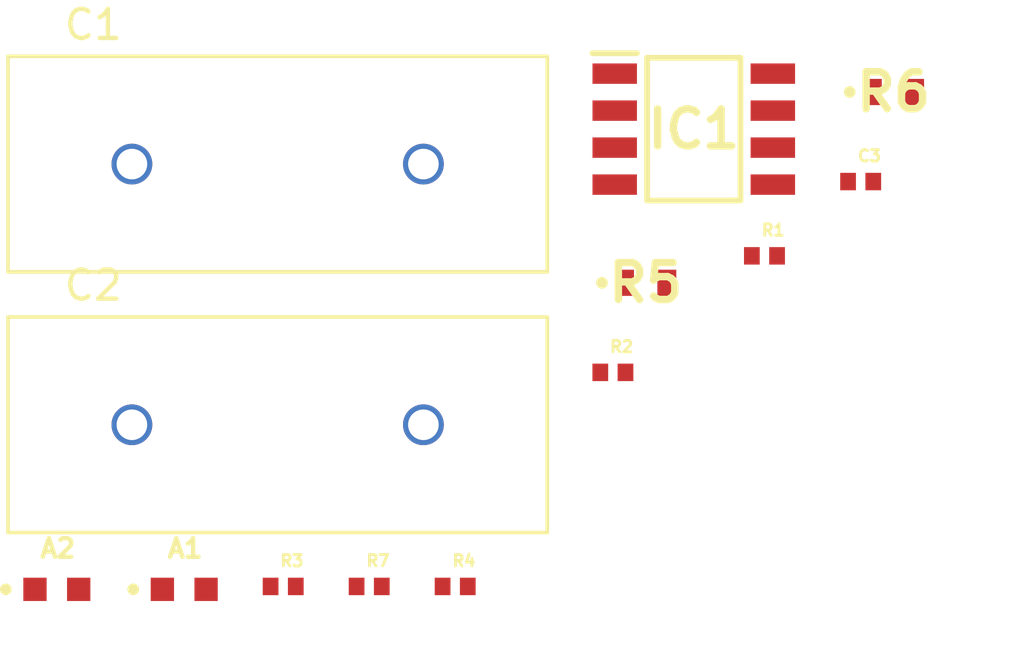
<source format=kicad_pcb>
(kicad_pcb (version 20211014) (generator pcbnew)
  (layers (0 "F.Cu" signal) (31 "B.Cu" signal) (34 "B.Paste" user) (35 "F.Paste" user) (36 "B.SilkS" user "B.Silkscreen") (37 "F.SilkS" user "F.Silkscreen") (38 "B.Mask" user) (39 "F.Mask" user) (44 "Edge.Cuts" user))
  (net 0 "")
  (net 1 "Vsupply")
  (net 2 "Net-(A1-Pad2)")
  (net 3 "Sensor Signal")
  (net 4 "GND")
  (net 5 "Net-(C3-Pad1)")
  (net 6 "Net-(IC1-Pad1)")
  (net 7 "Net-(IC1-Pad4)")
  (net 8 "+5v")
  (net 9 "-5v")
  (net 10 "Vdiff")
  (footprint "SamacSys_Parts:ERJ3EKF1000V" (layer "F.Cu") (at 147.91 121.555)
    (fp_text reference "R5" (at 0 0) (layer "F.SilkS") (effects (font (size 1.27 1.27) (thickness 0.254))))
    (fp_text value "ERJ3GEY0R00V" hide)
    (fp_line (start -1.5 0.1) (end -1.5 0.1) (layer "F.SilkS") (width 0.2))
    (fp_line (start -1.5 -0.1) (end -1.5 -0.1) (layer "F.SilkS") (width 0.2))
    (fp_arc (start -1.5 -0.1) (mid -1.4 0) (end -1.5 0.1) (layer "F.SilkS") (width 0.2))
    (fp_arc (start -1.5 0.1) (mid -1.6 0) (end -1.5 -0.1) (layer "F.SilkS") (width 0.2))
    (pad "1" smd rect locked (at -0.725 0) (size 0.65 0.9) (layers "F.Cu" "F.Paste" "F.Mask") (net 6 "Net-(IC1-Pad1)"))
    (pad "2" smd rect locked (at 0.725 0) (size 0.65 0.9) (layers "F.Cu" "F.Paste" "F.Mask") (net 10 "Vdiff"))
  )
  (footprint "footprints:CAPRR1000W80L1850T740H2000" (layer "F.Cu") (at 135.285 117.48)
    (fp_text reference "C1" (at -6.325 -4.785) (layer "F.SilkS"))
    (fp_text value "ECQE2105KFB")
    (fp_line (start -9.25 3.7) (end 9.25 3.7) (layer "F.SilkS") (width 0.127))
    (fp_line (start -9.25 -3.7) (end 9.25 -3.7) (layer "F.SilkS") (width 0.127))
    (fp_line (start -9.25 -3.7) (end -9.25 3.7) (layer "F.SilkS") (width 0.127))
    (fp_line (start 9.25 -3.7) (end 9.25 3.7) (layer "F.SilkS") (width 0.127))
    (pad "1" thru_hole circle locked (at -5 0) (size 1.4 1.4) (drill 1.05) (layers *.Cu *.Mask) (net 4 "GND"))
    (pad "2" thru_hole circle locked (at 5 0) (size 1.4 1.4) (drill 1.05) (layers *.Cu *.Mask) (net 2 "Net-(A1-Pad2)"))
  )
  (footprint "SamacSys_Parts:ERJ3EKF1000V" (layer "F.Cu") (at 156.41 115.005)
    (fp_text reference "R6" (at 0 0) (layer "F.SilkS") (effects (font (size 1.27 1.27) (thickness 0.254))))
    (fp_text value "ERJ3GEY0R00V" hide)
    (fp_line (start -1.5 0.1) (end -1.5 0.1) (layer "F.SilkS") (width 0.2))
    (fp_line (start -1.5 -0.1) (end -1.5 -0.1) (layer "F.SilkS") (width 0.2))
    (fp_arc (start -1.5 0.1) (mid -1.6 0) (end -1.5 -0.1) (layer "F.SilkS") (width 0.2))
    (fp_arc (start -1.5 -0.1) (mid -1.4 0) (end -1.5 0.1) (layer "F.SilkS") (width 0.2))
    (pad "1" smd rect locked (at -0.725 0) (size 0.65 0.9) (layers "F.Cu" "F.Paste" "F.Mask") (net 7 "Net-(IC1-Pad4)"))
    (pad "2" smd rect locked (at 0.725 0) (size 0.65 0.9) (layers "F.Cu" "F.Paste" "F.Mask") (net 5 "Net-(C3-Pad1)"))
  )
  (footprint "footprints:RESC1005X37N" (layer "F.Cu") (at 146.785 124.63)
    (fp_text reference "R2" (at 0.3 -0.88) (layer "F.SilkS") (effects (font (size 0.393701 0.393701))))
    (fp_text value "AC0402FR-07536KL")
    (pad "1" smd rect locked (at -0.432 0) (size 0.54 0.6) (layers "F.Cu" "F.Paste" "F.Mask") (net 4 "GND"))
    (pad "2" smd rect locked (at 0.432 0) (size 0.54 0.6) (layers "F.Cu" "F.Paste" "F.Mask") (net 3 "Sensor Signal"))
  )
  (footprint "footprints:RESC1005X37N" (layer "F.Cu") (at 138.425 131.98)
    (fp_text reference "R7" (at 0.3 -0.88) (layer "F.SilkS") (effects (font (size 0.393701 0.393701))))
    (fp_text value "AC0402FR-07536KL")
    (pad "1" smd rect locked (at -0.432 0) (size 0.54 0.6) (layers "F.Cu" "F.Paste" "F.Mask") (net 6 "Net-(IC1-Pad1)"))
    (pad "2" smd rect locked (at 0.432 0) (size 0.54 0.6) (layers "F.Cu" "F.Paste" "F.Mask") (net 7 "Net-(IC1-Pad4)"))
  )
  (footprint "footprints:RESC1005X37N" (layer "F.Cu") (at 151.985 120.63)
    (fp_text reference "R1" (at 0.3 -0.88) (layer "F.SilkS") (effects (font (size 0.393701 0.393701))))
    (fp_text value "AC0402FR-07536KL")
    (pad "1" smd rect locked (at -0.432 0) (size 0.54 0.6) (layers "F.Cu" "F.Paste" "F.Mask") (net 4 "GND"))
    (pad "2" smd rect locked (at 0.432 0) (size 0.54 0.6) (layers "F.Cu" "F.Paste" "F.Mask") (net 2 "Net-(A1-Pad2)"))
  )
  (footprint "footprints:XDCR_ALS-PT19-315C_L177_TR8" (layer "F.Cu") (at 132.08 132.08)
    (fp_text reference "A1" (at 0.032 -1.4064) (layer "F.SilkS") (effects (font (size 0.64 0.64))))
    (fp_text value "ALS-PT19-315C/L177/TR8")
    (fp_circle (center -1.75 0) (end -1.65 0) (layer "F.SilkS") (width 0.2) (fill none))
    (pad "1" smd rect locked (at -0.75 0) (size 0.8 0.8) (layers "F.Cu" "F.Paste" "F.Mask") (net 1 "Vsupply"))
    (pad "2" smd rect locked (at 0.75 0) (size 0.8 0.8) (layers "F.Cu" "F.Paste" "F.Mask") (net 2 "Net-(A1-Pad2)"))
  )
  (footprint "footprints:RESC1005X37N" (layer "F.Cu") (at 141.375 131.98)
    (fp_text reference "R4" (at 0.3 -0.88) (layer "F.SilkS") (effects (font (size 0.393701 0.393701))))
    (fp_text value "AC0402JR-0750RL")
    (pad "1" smd rect locked (at -0.432 0) (size 0.54 0.6) (layers "F.Cu" "F.Paste" "F.Mask") (net 4 "GND"))
    (pad "2" smd rect locked (at 0.432 0) (size 0.54 0.6) (layers "F.Cu" "F.Paste" "F.Mask") (net 3 "Sensor Signal"))
  )
  (footprint "footprints:XDCR_ALS-PT19-315C_L177_TR8" (layer "F.Cu") (at 127.71 132.08)
    (fp_text reference "A2" (at 0.032 -1.4064) (layer "F.SilkS") (effects (font (size 0.64 0.64))))
    (fp_text value "ALS-PT19-315C/L177/TR8")
    (fp_circle (center -1.75 0) (end -1.65 0) (layer "F.SilkS") (width 0.2) (fill none))
    (pad "1" smd rect locked (at -0.75 0) (size 0.8 0.8) (layers "F.Cu" "F.Paste" "F.Mask") (net 1 "Vsupply"))
    (pad "2" smd rect locked (at 0.75 0) (size 0.8 0.8) (layers "F.Cu" "F.Paste" "F.Mask") (net 3 "Sensor Signal"))
  )
  (footprint "footprints:RESC1005X37N" (layer "F.Cu") (at 135.475 131.98)
    (fp_text reference "R3" (at 0.3 -0.88) (layer "F.SilkS") (effects (font (size 0.393701 0.393701))))
    (fp_text value "AC0402JR-0750RL")
    (pad "1" smd rect locked (at -0.432 0) (size 0.54 0.6) (layers "F.Cu" "F.Paste" "F.Mask") (net 4 "GND"))
    (pad "2" smd rect locked (at 0.432 0) (size 0.54 0.6) (layers "F.Cu" "F.Paste" "F.Mask") (net 2 "Net-(A1-Pad2)"))
  )
  (footprint "footprints:CAPRR1000W80L1850T740H2000" (layer "F.Cu") (at 135.285 126.43)
    (fp_text reference "C2" (at -6.325 -4.785) (layer "F.SilkS"))
    (fp_text value "ECQE2105KFB")
    (fp_line (start -9.25 -3.7) (end 9.25 -3.7) (layer "F.SilkS") (width 0.127))
    (fp_line (start 9.25 -3.7) (end 9.25 3.7) (layer "F.SilkS") (width 0.127))
    (fp_line (start -9.25 3.7) (end 9.25 3.7) (layer "F.SilkS") (width 0.127))
    (fp_line (start -9.25 -3.7) (end -9.25 3.7) (layer "F.SilkS") (width 0.127))
    (pad "1" thru_hole circle locked (at -5 0) (size 1.4 1.4) (drill 1.05) (layers *.Cu *.Mask) (net 4 "GND"))
    (pad "2" thru_hole circle locked (at 5 0) (size 1.4 1.4) (drill 1.05) (layers *.Cu *.Mask) (net 3 "Sensor Signal"))
  )
  (footprint "SamacSys_Parts:SOIC127P600X175-8N" (layer "F.Cu") (at 149.56 116.28)
    (fp_text reference "IC1" (at 0 0) (layer "F.SilkS") (effects (font (size 1.27 1.27) (thickness 0.254))))
    (fp_text value "EL5171ISZ-T7" hide)
    (fp_line (start -1.6 2.45) (end -1.6 -2.45) (layer "F.SilkS") (width 0.2))
    (fp_line (start 1.6 2.45) (end -1.6 2.45) (layer "F.SilkS") (width 0.2))
    (fp_line (start 1.6 -2.45) (end 1.6 2.45) (layer "F.SilkS") (width 0.2))
    (fp_line (start -3.475 -2.605) (end -1.95 -2.605) (layer "F.SilkS") (width 0.2))
    (fp_line (start -1.6 -2.45) (end 1.6 -2.45) (layer "F.SilkS") (width 0.2))
    (pad "1" smd rect locked (at -2.712 -1.905 90) (size 0.7 1.525) (layers "F.Cu" "F.Paste" "F.Mask") (net 6 "Net-(IC1-Pad1)"))
    (pad "2" smd rect locked (at -2.712 -0.635 90) (size 0.7 1.525) (layers "F.Cu" "F.Paste" "F.Mask") (net 2 "Net-(A1-Pad2)"))
    (pad "3" smd rect locked (at -2.712 0.635 90) (size 0.7 1.525) (layers "F.Cu" "F.Paste" "F.Mask") (net 3 "Sensor Signal"))
    (pad "4" smd rect locked (at -2.712 1.905 90) (size 0.7 1.525) (layers "F.Cu" "F.Paste" "F.Mask") (net 7 "Net-(IC1-Pad4)"))
    (pad "5" smd rect locked (at 2.712 1.905 90) (size 0.7 1.525) (layers "F.Cu" "F.Paste" "F.Mask") (net 5 "Net-(C3-Pad1)"))
    (pad "6" smd rect locked (at 2.712 0.635 90) (size 0.7 1.525) (layers "F.Cu" "F.Paste" "F.Mask") (net 8 "+5v"))
    (pad "7" smd rect locked (at 2.712 -0.635 90) (size 0.7 1.525) (layers "F.Cu" "F.Paste" "F.Mask") (net 9 "-5v"))
    (pad "8" smd rect locked (at 2.712 -1.905 90) (size 0.7 1.525) (layers "F.Cu" "F.Paste" "F.Mask") (net 10 "Vdiff"))
  )
  (footprint "footprints:CAPC1005X55N" (layer "F.Cu") (at 155.285 118.08)
    (fp_text reference "C3" (at 0.3 -0.88) (layer "F.SilkS") (effects (font (size 0.393701 0.393701))))
    (fp_text value "GRM1555C1H5R1BA01D")
    (pad "1" smd rect locked (at -0.432 0) (size 0.54 0.6) (layers "F.Cu" "F.Paste" "F.Mask") (net 5 "Net-(C3-Pad1)"))
    (pad "2" smd rect locked (at 0.432 0) (size 0.54 0.6) (layers "F.Cu" "F.Paste" "F.Mask") (net 4 "GND"))
  )
)
</source>
